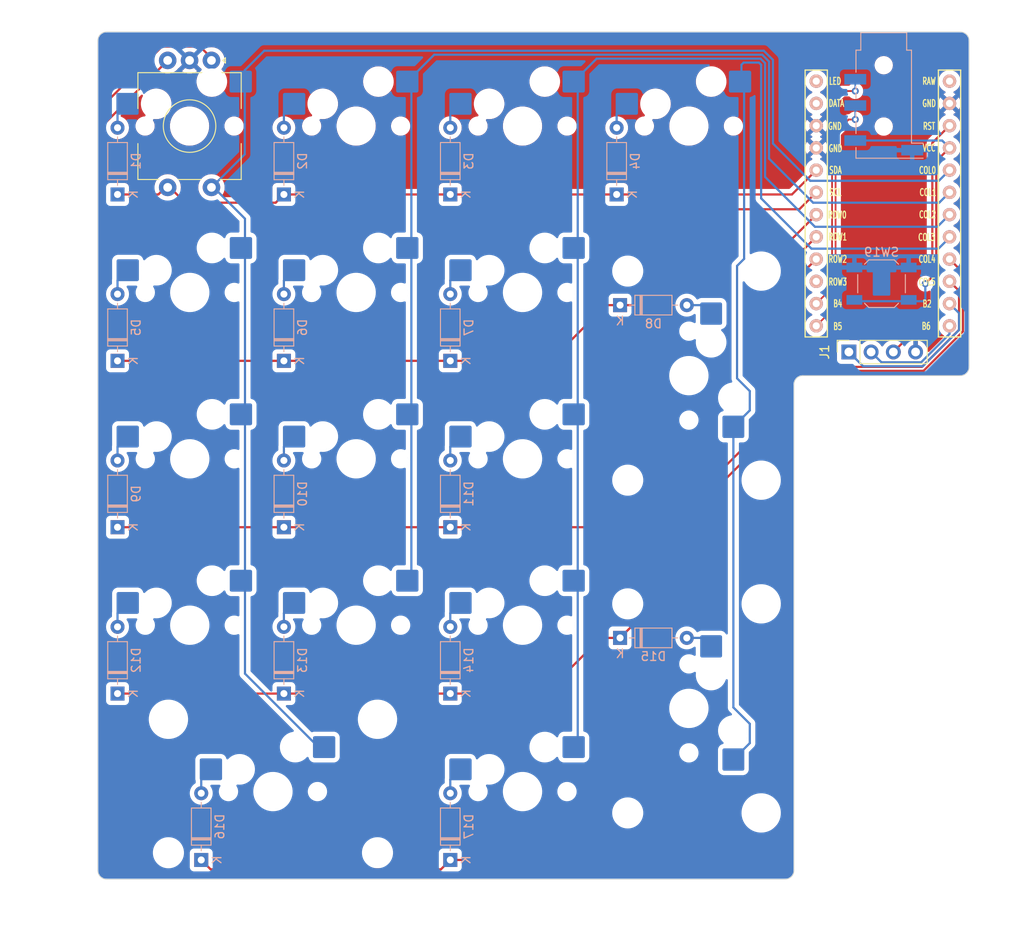
<source format=kicad_pcb>
(kicad_pcb (version 20221018) (generator pcbnew)
  (layers (0 "F.Cu" signal) (31 "B.Cu" signal) (34 "B.Paste" user) (35 "F.Paste" user) (36 "B.SilkS" user "B.Silkscreen") (37 "F.SilkS" user "F.Silkscreen") (38 "B.Mask" user) (39 "F.Mask" user) (44 "Edge.Cuts" user))
  (net 0 "")
  (net 1 "Row0")
  (net 2 "Row1")
  (net 3 "Row3")
  (net 4 "Row4")
  (net 5 "GND")
  (net 6 "Enc_A")
  (net 7 "Enc_B")
  (net 8 "Col3")
  (net 9 "Col2")
  (net 10 "Col1")
  (net 11 "Col0")
  (net 12 "VCC")
  (net 13 "Net-(D1-A)")
  (net 14 "Net-(D2-A)")
  (net 15 "Net-(D3-A)")
  (net 16 "Net-(D4-A)")
  (net 17 "Net-(D5-A)")
  (net 18 "Net-(D6-A)")
  (net 19 "Net-(D7-A)")
  (net 20 "Net-(D8-A)")
  (net 21 "Net-(D9-A)")
  (net 22 "Row2")
  (net 23 "Net-(D10-A)")
  (net 24 "Net-(D11-A)")
  (net 25 "Net-(D12-A)")
  (net 26 "Net-(D13-A)")
  (net 27 "Net-(D14-A)")
  (net 28 "Net-(D15-A)")
  (net 29 "Net-(D16-A)")
  (net 30 "Net-(D17-A)")
  (net 31 "SDA")
  (net 32 "SCL")
  (net 33 "RESET")
  (net 34 "SPLIT_COMMS-")
  (net 35 "SPLIT_COMMS+")
  (footprint "MX_Hotswap:MX-Hotswap-1U" (layer "F.Cu") (at 120.25 100.25)
    (fp_text reference "SW10")
    (fp_text value "SW_Push")
  )
  (footprint "MX_Hotswap:MX-Hotswap-1U" (layer "F.Cu") (at 139.25 100.25)
    (fp_text reference "SW11")
    (fp_text value "SW_Push")
  )
  (footprint "MX_Hotswap:MX-Hotswap-2U-ReversedStabilizers" (layer "F.Cu") (at 158.25 128.75 -90)
    (fp_text reference "SW15")
    (fp_text value "SW_Push")
  )
  (footprint "MX_Hotswap:MX-Hotswap-1U" (layer "F.Cu") (at 120.25 81.25)
    (fp_text reference "SW6")
    (fp_text value "SW_Push")
  )
  (footprint "MX_Hotswap:MX-Hotswap-1U" (layer "F.Cu") (at 139.25 81.25)
    (fp_text reference "SW7")
    (fp_text value "SW_Push")
  )
  (footprint "Connector_PinSocket_2.54mm:PinSocket_1x04_P2.54mm_Vertical" (layer "F.Cu") (at 176.52 88.05 90)
    (fp_text reference "J1")
    (fp_text value "Conn_01x04")
  )
  (footprint "MX_Hotswap:MX-Hotswap-1U" (layer "F.Cu") (at 101.226192 62.25)
    (fp_text reference "SW1")
    (fp_text value "SW_Push")
  )
  (footprint "MX_Hotswap:MX-Hotswap-1U" (layer "F.Cu") (at 101.25 119.25)
    (fp_text reference "SW12")
    (fp_text value "SW_Push")
  )
  (footprint "MX_Hotswap:MX-Hotswap-1U" (layer "F.Cu") (at 139.25 119.25)
    (fp_text reference "SW14")
    (fp_text value "SW_Push")
  )
  (footprint "MX_Hotswap:MX-Hotswap-1U" (layer "F.Cu") (at 120.25 119.25)
    (fp_text reference "SW13")
    (fp_text value "SW_Push")
  )
  (footprint "MX_Hotswap:MX-Hotswap-2U-ReversedStabilizers" (layer "F.Cu") (at 110.75 138.25)
    (fp_text reference "SW16")
    (fp_text value "SW_Push")
  )
  (footprint "MX_Hotswap:MX-Hotswap-1U" (layer "F.Cu") (at 120.25 62.25)
    (fp_text reference "SW2")
    (fp_text value "SW_Push")
  )
  (footprint "Rotary_Encoder:RotaryEncoder_Alps_EC11E-Switch_Vertical_H20mm" (layer "F.Cu") (at 103.726192 54.75 -90)
    (fp_text reference "SW18" hide)
    (fp_text value "RotaryEncoder_Switch")
  )
  (footprint "MX_Hotswap:MX-Hotswap-1U" (layer "F.Cu") (at 139.25 62.25)
    (fp_text reference "SW3")
    (fp_text value "SW_Push")
  )
  (footprint "MX_Hotswap:MX-Hotswap-1U" (layer "F.Cu") (at 139.25 138.25)
    (fp_text reference "SW17")
    (fp_text value "SW_Push")
  )
  (footprint "MX_Hotswap:MX-Hotswap-1U" (layer "F.Cu") (at 158.25 62.25)
    (fp_text reference "SW4")
    (fp_text value "SW_Push")
  )
  (footprint "MX_Hotswap:MX-Hotswap-2U-ReversedStabilizers" (layer "F.Cu") (at 158.25 90.75 -90)
    (fp_text reference "SW8")
    (fp_text value "SW_Push")
  )
  (footprint "MX_Hotswap:MX-Hotswap-1U" (layer "F.Cu") (at 101.25 81.25)
    (fp_text reference "SW5")
    (fp_text value "SW_Push")
  )
  (footprint "MX_Hotswap:MX-Hotswap-1U" (layer "F.Cu") (at 101.25 100.25)
    (fp_text reference "SW9")
    (fp_text value "SW_Push")
  )
  (footprint "Diode_THT:D_DO-35_SOD27_P7.62mm_Horizontal" (layer "B.Cu") (at 131 127.06 90)
    (fp_text reference "D14")
    (fp_text value "D")
  )
  (footprint "Diode_THT:D_DO-35_SOD27_P7.62mm_Horizontal" (layer "B.Cu") (at 112 108.06 90)
    (fp_text reference "D10")
    (fp_text value "D")
  )
  (footprint "Diode_THT:D_DO-35_SOD27_P7.62mm_Horizontal" (layer "B.Cu") (at 150 70.06 90)
    (fp_text reference "D4")
    (fp_text value "D")
  )
  (footprint "Diode_THT:D_DO-35_SOD27_P7.62mm_Horizontal" (layer "B.Cu") (at 112 89.06 90)
    (fp_text reference "D6")
    (fp_text value "D")
  )
  (footprint "Diode_THT:D_DO-35_SOD27_P7.62mm_Horizontal" (layer "B.Cu") (at 93 70.06 90)
    (fp_text reference "D1")
    (fp_text value "D")
  )
  (footprint "Connector_Audio:Jack_3.5mm_KoreanHropartsElec_PJ-320D-4A_Horizontal" (layer "B.Cu") (at 180.5 60.05 -90)
    (fp_text reference "J2" hide)
    (fp_text value "AudioJack4")
  )
  (footprint "Diode_THT:D_DO-35_SOD27_P7.62mm_Horizontal" (layer "B.Cu") (at 131 146.06 90)
    (fp_text reference "D17")
    (fp_text value "D")
  )
  (footprint "kbd:ProMicro_v2_1side" (layer "B.Cu") (at 180.45 71.6 180)
    (fp_text reference "U1" hide)
    (fp_text value "ProMicro" hide)
  )
  (footprint "Button_Switch_SMD:SW_SPST_SKQG_WithStem" (layer "B.Cu") (at 180.25 80.25 180)
    (fp_text reference "SW19")
    (fp_text value "SW_Push")
  )
  (footprint "Diode_THT:D_DO-35_SOD27_P7.62mm_Horizontal" (layer "B.Cu") (at 93 89.06 90)
    (fp_text reference "D5")
    (fp_text value "D")
  )
  (footprint "Diode_THT:D_DO-35_SOD27_P7.62mm_Horizontal" (layer "B.Cu") (at 131 108.06 90)
    (fp_text reference "D11")
    (fp_text value "D")
  )
  (footprint "Diode_THT:D_DO-35_SOD27_P7.62mm_Horizontal" (layer "B.Cu") (at 150.39 82.7)
    (fp_text reference "D8")
    (fp_text value "D")
  )
  (footprint "Diode_THT:D_DO-35_SOD27_P7.62mm_Horizontal" (layer "B.Cu") (at 131 70.06 90)
    (fp_text reference "D3")
    (fp_text value "D")
  )
  (footprint "Diode_THT:D_DO-35_SOD27_P7.62mm_Horizontal" (layer "B.Cu") (at 112 70.06 90)
    (fp_text reference "D2")
    (fp_text value "D")
  )
  (footprint "Diode_THT:D_DO-35_SOD27_P7.62mm_Horizontal" (layer "B.Cu") (at 150.39 120.7)
    (fp_text reference "D15")
    (fp_text value "D")
  )
  (footprint "Diode_THT:D_DO-35_SOD27_P7.62mm_Horizontal" (layer "B.Cu") (at 112 127.06 90)
    (fp_text reference "D13")
    (fp_text value "D")
  )
  (footprint "Diode_THT:D_DO-35_SOD27_P7.62mm_Horizontal" (layer "B.Cu") (at 93 127.06 90)
    (fp_text reference "D12")
    (fp_text value "D")
  )
  (footprint "Diode_THT:D_DO-35_SOD27_P7.62mm_Horizontal" (layer "B.Cu") (at 93 108.06 90)
    (fp_text reference "D9")
    (fp_text value "D")
  )
  (footprint "Diode_THT:D_DO-35_SOD27_P7.62mm_Horizontal" (layer "B.Cu") (at 102.56 146.06 90)
    (fp_text reference "D16")
    (fp_text value "D")
  )
  (footprint "Diode_THT:D_DO-35_SOD27_P7.62mm_Horizontal" (layer "B.Cu") (at 131 89.06 90)
    (fp_text reference "D7")
    (fp_text value "D")
  )
  (gr_arc (start 189.250003 51.499997) (mid 189.957109 51.792891) (end 190.250003 52.499997) (stroke (width 0.1)) (layer "Edge.Cuts"))
  (gr_arc (start 170.25 91.75) (mid 170.542893 91.042893) (end 171.25 90.75) (stroke (width 0.1)) (layer "Edge.Cuts"))
  (gr_line (start 171.25 90.75) (end 189.250003 90.750003) (stroke (width 0.1)) (layer "Edge.Cuts"))
  (gr_line (start 170.25 91.75) (end 170.250001 147.250001) (stroke (width 0.1)) (layer "Edge.Cuts"))
  (gr_arc (start 190.250003 89.750003) (mid 189.957109 90.457109) (end 189.250003 90.750003) (stroke (width 0.1)) (layer "Edge.Cuts"))
  (gr_line (start 90.749998 147.250003) (end 90.749997 52.499997) (stroke (width 0.1)) (layer "Edge.Cuts"))
  (gr_line (start 190.250003 52.499997) (end 190.25 89.75) (stroke (width 0.1)) (layer "Edge.Cuts"))
  (gr_arc (start 90.749997 52.499997) (mid 91.042891 51.792891) (end 91.749997 51.499997) (stroke (width 0.1)) (layer "Edge.Cuts"))
  (gr_arc (start 91.749997 148.250003) (mid 91.042891 147.957109) (end 90.749997 147.250003) (stroke (width 0.1)) (layer "Edge.Cuts"))
  (gr_line (start 91.749997 51.499997) (end 189.25 51.499997) (stroke (width 0.1)) (layer "Edge.Cuts"))
  (gr_line (start 169.250001 148.250001) (end 91.75 148.250001) (stroke (width 0.1)) (layer "Edge.Cuts"))
  (gr_arc (start 170.250001 147.250001) (mid 169.957107 147.957107) (end 169.250001 148.250001) (stroke (width 0.1)) (layer "Edge.Cuts"))
  (segment (start 150 70.06) (end 170.0156 70.06) (width 0.25) (layer "F.Cu") (net 1))
  (segment (start 97.666192 70.06) (end 98.726192 69) (width 0.25) (layer "F.Cu") (net 1))
  (segment (start 100.726192 71) (end 103 71) (width 0.25) (layer "F.Cu") (net 1))
  (segment (start 93 70.06) (end 97.666192 70.06) (width 0.25) (layer "F.Cu") (net 1))
  (segment (start 170.0156 70.06) (end 172.7936 67.282) (width 0.25) (layer "F.Cu") (net 1))
  (segment (start 131 70.06) (end 150 70.06) (width 0.25) (layer "F.Cu") (net 1))
  (segment (start 112 70.06) (end 131 70.06) (width 0.25) (layer "F.Cu") (net 1))
  (segment (start 98.726192 69) (end 100.726192 71) (width 0.25) (layer "F.Cu") (net 1))
  (segment (start 103 71) (end 111.06 71) (width 0.25) (layer "F.Cu") (net 1))
  (segment (start 111.06 71) (end 112 70.06) (width 0.25) (layer "F.Cu") (net 1))
  (segment (start 142.44 89.06) (end 148.8 82.7) (width 0.25) (layer "F.Cu") (net 2))
  (segment (start 153.6 82.7) (end 150.39 82.7) (width 0.25) (layer "F.Cu") (net 2))
  (segment (start 93 89.06) (end 142.44 89.06) (width 0.25) (layer "F.Cu") (net 2))
  (segment (start 154.4 81.9) (end 153.6 82.7) (width 0.25) (layer "F.Cu") (net 2))
  (segment (start 170.8656 71.75) (end 155.75 71.75) (width 0.25) (layer "F.Cu") (net 2))
  (segment (start 172.7936 69.822) (end 170.8656 71.75) (width 0.25) (layer "F.Cu") (net 2))
  (segment (start 154.4 73.1) (end 154.4 81.9) (width 0.25) (layer "F.Cu") (net 2))
  (segment (start 148.8 82.7) (end 150.39 82.7) (width 0.25) (layer "F.Cu") (net 2))
  (segment (start 155.75 71.75) (end 154.4 73.1) (width 0.25) (layer "F.Cu") (net 2))
  (segment (start 93 127.06) (end 141.84 127.06) (width 0.25) (layer "F.Cu") (net 3))
  (segment (start 141.84 127.06) (end 148.2 120.7) (width 0.25) (layer "F.Cu") (net 3))
  (segment (start 150.39 120.7) (end 155.25 115.84) (width 0.25) (layer "F.Cu") (net 3))
  (segment (start 168.2 96.8) (end 168.2 83.186396) (width 0.25) (layer "F.Cu") (net 3))
  (segment (start 168.2 83.186396) (end 169.7 81.686396) (width 0.25) (layer "F.Cu") (net 3))
  (segment (start 148.2 120.7) (end 150.39 120.7) (width 0.25) (layer "F.Cu") (net 3))
  (segment (start 155.25 115.84) (end 155.25 109.75) (width 0.25) (layer "F.Cu") (net 3))
  (segment (start 155.25 109.75) (end 168.2 96.8) (width 0.25) (layer "F.Cu") (net 3))
  (segment (start 169.7 81.686396) (end 169.7 77.9956) (width 0.25) (layer "F.Cu") (net 3))
  (segment (start 169.7 77.9956) (end 172.7936 74.902) (width 0.25) (layer "F.Cu") (net 3))
  (segment (start 103.634 147.134) (end 129.926 147.134) (width 0.25) (layer "F.Cu") (net 4))
  (segment (start 164.483131 146.06) (end 131 146.06) (width 0.25) (layer "F.Cu") (net 4))
  (segment (start 170.15 81.872792) (end 169 83.022792) (width 0.25) (layer "F.Cu") (net 4))
  (segment (start 169 83.022792) (end 169 141.543131) (width 0.25) (layer "F.Cu") (net 4))
  (segment (start 102.56 146.06) (end 103.634 147.134) (width 0.25) (layer "F.Cu") (net 4))
  (segment (start 129.926 147.134) (end 131 146.06) (width 0.25) (layer "F.Cu") (net 4))
  (segment (start 169 141.543131) (end 164.483131 146.06) (width 0.25) (layer "F.Cu") (net 4))
  (segment (start 170.15 80.0856) (end 170.15 81.872792) (width 0.25) (layer "F.Cu") (net 4))
  (segment (start 172.7936 77.442) (end 170.15 80.0856) (width 0.25) (layer "F.Cu") (net 4))
  (segment (start 98.334 147.584) (end 91.5 140.75) (width 0.25) (layer "F.Cu") (net 6))
  (segment (start 189.1006 85.512251) (end 184.862851 89.75) (width 0.25) (layer "F.Cu") (net 6))
  (segment (start 188.0136 79.982) (end 189.1006 81.069) (width 0.25) (layer "F.Cu") (net 6))
  (segment (start 184.862851 89.75) (end 170.5 89.75) (width 0.25) (layer "F.Cu") (net 6))
  (segment (start 189.1006 81.069) (end 189.1006 85.512251) (width 0.25) (layer "F.Cu") (net 6))
  (segment (start 98.726192 54.761904) (end 98.726192 54.75) (width 0.25) (layer "F.Cu") (net 6))
  (segment (start 91.5 140.75) (end 91.5 61.988096) (width 0.25) (layer "F.Cu") (net 6))
  (segment (start 169.45 90.8) (end 169.45 141.729527) (width 0.25) (layer "F.Cu") (net 6))
  (segment (start 163.595527 147.584) (end 98.334 147.584) (width 0.25) (layer "F.Cu") (net 6))
  (segment (start 170.5 89.75) (end 169.45 90.8) (width 0.25) (layer "F.Cu") (net 6))
  (segment (start 169.45 141.729527) (end 163.595527 147.584) (width 0.25) (layer "F.Cu") (net 6))
  (segment (start 91.5 61.988096) (end 98.726192 54.761904) (width 0.25) (layer "F.Cu") (net 6))
  (segment (start 170.686396 90.2) (end 185.049247 90.2) (width 0.25) (layer "F.Cu") (net 7))
  (segment (start 98.075 53.175) (end 91.05 60.2) (width 0.25) (layer "F.Cu") (net 7))
  (segment (start 189.5506 85.698647) (end 189.5506 78.979) (width 0.25) (layer "F.Cu") (net 7))
  (segment (start 102.425 53.175) (end 98.075 53.175) (width 0.25) (layer "F.Cu") (net 7))
  (segment (start 189.5506 78.979) (end 188.0136 77.442) (width 0.25) (layer "F.Cu") (net 7))
  (segment (start 169.9 141.915923) (end 169.9 90.986396) (width 0.25) (layer "F.Cu") (net 7))
  (segment (start 91.05 60.2) (end 91.05 140.936396) (width 0.25) (layer "F.Cu") (net 7))
  (segment (start 103.75 54.5) (end 102.425 53.175) (width 0.25) (layer "F.Cu") (net 7))
  (segment (start 98.147604 148.034) (end 163.781923 148.034) (width 0.25) (layer "F.Cu") (net 7))
  (segment (start 163.781923 148.034) (end 169.9 141.915923) (width 0.25) (layer "F.Cu") (net 7))
  (segment (start 185.049247 90.2) (end 189.5506 85.698647) (width 0.25) (layer "F.Cu") (net 7))
  (segment (start 91.05 140.936396) (end 98.147604 148.034) (width 0.25) (layer "F.Cu") (net 7))
  (segment (start 169.9 90.986396) (end 170.686396 90.2) (width 0.25) (layer "F.Cu") (net 7))
  (segment (start 163.75 91.05835) (end 165.205 92.51335) (width 0.25) (layer "B.Cu") (net 8))
  (segment (start 186.75 76.25) (end 188.0136 74.9864) (width 0.25) (layer "B.Cu") (net 8))
  (segment (start 165.205 92.51335) (end 165.205 94.717) (width 0.25) (layer "B.Cu") (net 8))
  (segment (start 165.205 130.51335) (end 165.205 132.717) (width 0.25) (layer "B.Cu") (net 8))
  (segment (start 166.5 70.5) (end 172.25 76.25) (width 0.25) (layer "B.Cu") (net 8))
  (segment (start 166.5 55.25) (end 166.5 70.5) (width 0.25) (layer "B.Cu") (net 8))
  (segment (start 164.5 55) (end 166.25 55) (width 0.25) (layer "B.Cu") (net 8))
  (segment (start 164.5559 77.410969) (end 163.75 78.216869) (width 0.25) (layer "B.Cu") (net 8))
  (segment (start 164.25 57.012) (end 164.25 55.25) (width 0.25) (layer "B.Cu") (net 8))
  (segment (start 165.205 94.717) (end 163.33 96.592) (width 0.25) (layer "B.Cu") (net 8))
  (segment (start 163.33 96.592) (end 163.33 128.63835) (width 0.25) (layer "B.Cu") (net 8))
  (segment (start 164.092 57.17) (end 164.5559 57.6339) (width 0.25) (layer "B.Cu") (net 8))
  (segment (start 164.5559 57.6339) (end 164.5559 77.410969) (width 0.25) (layer "B.Cu") (net 8))
  (segment (start 165.205 132.717) (end 163.33 134.592) (width 0.25) (layer "B.Cu") (net 8))
  (segment (start 164.092 57.17) (end 164.25 57.012) (width 0.25) (layer "B.Cu") (net 8))
  (segment (start 172.25 76.25) (end 186.75 76.25) (width 0.25) (layer "B.Cu") (net 8))
  (segment (start 164.25 55.25) (end 164.5 55) (width 0.25) (layer "B.Cu") (net 8))
  (segment (start 166.25 55) (end 166.5 55.25) (width 0.25) (layer "B.Cu") (net 8))
  (segment (start 163.75 78.216869) (end 163.75 91.05835) (width 0.25) (layer "B.Cu") (net 8))
  (segment (start 188.0136 74.9864) (end 188.0136 74.902) (width 0.25) (layer "B.Cu") (net 8))
  (segment (start 163.33 128.63835) (end 165.205 130.51335) (width 0.25) (layer "B.Cu") (net 8))
  (segment (start 145.5559 57.6339) (end 145.5559 132.7061) (width 0.25) (layer "B.Cu") (net 9))
  (segment (start 166.95 55.063604) (end 166.95 68.055651) (width 0.25) (layer "B.Cu") (net 9))
  (segment (start 166.436396 54.55) (end 166.95 55.063604) (width 0.25) (layer "B.Cu") (net 9))
  (segment (start 172.644349 73.75) (end 186.6256 73.75) (width 0.25) (layer "B.Cu") (net 9))
  (segment (start 145.092 57.17) (end 145.5559 57.6339) (width 0.25) (layer "B.Cu") (net 9))
  (segment (start 145.092 57.17) (end 147.712 54.55) (width 0.25) (layer "B.Cu") (net 9))
  (segment (start 145.5559 132.7061) (end 145.092 133.17) (width 0.25) (layer "B.Cu") (net 9))
  (segment (start 147.712 54.55) (end 166.436396 54.55) (width 0.25) (layer "B.Cu") (net 9))
  (segment (start 186.6256 73.75) (end 188.0136 72.362) (width 0.25) (layer "B.Cu") (net 9))
  (segment (start 166.95 68.055651) (end 172.644349 73.75) (width 0.25) (layer "B.Cu") (net 9))
  (segment (start 172.434349 71) (end 186.8356 71) (width 0.25) (layer "B.Cu") (net 10))
  (segment (start 126.5559 113.7061) (end 126.092 114.17) (width 0.25) (layer "B.Cu") (net 10))
  (segment (start 126.5559 57.6339) (end 126.5559 113.7061) (width 0.25) (layer "B.Cu") (net 10))
  (segment (start 126.092 57.17) (end 129.162 54.1) (width 0.25) (layer "B.Cu") (net 10))
  (segment (start 186.8356 71) (end 188.0136 69.822) (width 0.25) (layer "B.Cu") (net 10))
  (segment (start 126.092 57.17) (end 126.5559 57.6339) (width 0.25) (layer "B.Cu") (net 10))
  (segment (start 167.4 65.965651) (end 172.434349 71) (width 0.25) (layer "B.Cu") (net 10))
  (segment (start 166.622792 54.1) (end 167.4 54.877208) (width 0.25) (layer "B.Cu") (net 10))
  (segment (start 129.162 54.1) (end 166.622792 54.1) (width 0.25) (layer "B.Cu") (net 10))
  (segment (start 167.4 54.877208) (end 167.4 65.965651) (width 0.25) (layer "B.Cu") (net 10))
  (segment (start 107.532092 57.6339) (end 107.068192 57.17) (width 0.25) (layer "B.Cu") (net 11))
  (segment (start 107.532092 55.867908) (end 109.75 53.65) (width 0.25) (layer "B.Cu") (net 11))
  (segment (start 103.726192 69.25) (end 103.75 69.25) (width 0.25) (layer "B.Cu") (net 11))
  (segment (start 167.85 54.690812) (end 167.85 64.241651) (width 0.25) (layer "B.Cu") (net 11))
  (segment (start 109.75 53.65) (end 166.809188 53.65) (width 0.25) (layer "B.Cu") (net 11))
  (segment (start 107.532092 58.75) (end 107.532092 55.867908) (width 0.25) (layer "B.Cu") (net 11))
  (segment (start 107.532092 65.467908) (end 107.532092 58.75) (width 0.25) (layer "B.Cu") (net 11))
  (segment (start 115.94165 133.17) (end 116.592 133.17) (width 0.25) (layer "B.Cu") (net 11))
  (segment (start 172.108349 68.5) (end 186.7956 68.5) (width 0.25) (layer "B.Cu") (net 11))
  (segment (start 107.532092 58.75) (end 107.532092 57.6339) (width 0.25) (layer "B.Cu") (net 11))
  (segment (start 107.5559 72.829708) (end 107.5559 124.78425) (width 0.25) (layer "B.Cu") (net 11))
  (segment (start 167.85 64.241651) (end 172.108349 68.5) (width 0.25) (layer "B.Cu") (net 11))
  (segment (start 186.7956 68.5) (end 188.0136 67.282) (width 0.25) (layer "B.Cu") (net 11))
  (segment (start 103.75 69.25) (end 107.532092 65.467908) (width 0.25) (layer "B.Cu") (net 11))
  (segment (start 103.726192 69) (end 107.5559 72.829708) (width 0.25) (layer "B.Cu") (net 11))
  (segment (start 166.809188 53.65) (end 167.85 54.690812) (width 0.25) (layer "B.Cu") (net 11))
  (segment (start 107.5559 124.78425) (end 115.94165 133.17) (width 0.25) (layer "B.Cu") (net 11))
  (segment (start 185.5 85.5) (end 184.15 85.5) (width 0.25) (layer "F.Cu") (net 12))
  (segment (start 186.5 84.5) (end 185.5 85.5) (width 0.25) (layer "F.Cu") (net 12))
  (segment (start 188.0136 64.742) (end 186.5 66.2556) (width 0.25) (layer "F.Cu") (net 12))
  (segment (start 184.15 85.5) (end 181.6 88.05) (width 0.25) (layer "F.Cu") (net 12))
  (segment (start 186.5 66.2556) (end 186.5 84.5) (width 0.25) (layer "F.Cu") (net 12))
  (segment (start 187.1716 63.9) (end 188.0136 64.742) (width 0.25) (layer "B.Cu") (net 12))
  (segment (start 177.25 63.9) (end 187.1716 63.9) (width 0.25) (layer "B.Cu") (net 12))
  (segment (start 93 62.44) (end 93 60.851192) (width 0.25) (layer "B.Cu") (net 13))
  (segment (start 93 60.851192) (end 94.141192 59.71) (width 0.25) (layer "B.Cu") (net 13))
  (segment (start 112 60.875) (end 112 62.44) (width 0.25) (layer "B.Cu") (net 14))
  (segment (start 113.165 59.71) (end 112 60.875) (width 0.25) (layer "B.Cu") (net 14))
  (segment (start 131 62.44) (end 131 60.875) (width 0.25) (layer "B.Cu") (net 15))
  (segment (start 131 60.875) (end 132.165 59.71) (width 0.25) (layer "B.Cu") (net 15))
  (segment (start 150 62.44) (end 150 60.875) (width 0.25) (layer "B.Cu") (net 16))
  (segment (start 150 60.875) (end 151.165 59.71) (width 0.25) (layer "B.Cu") (net 16))
  (segment (start 93 81.44) (end 93 79.875) (width 0.25) (layer "B.Cu") (net 17))
  (segment (start 93 79.875) (end 94.165 78.71) (width 0.25) (layer "B.Cu") (net 17))
  (segment (start 112 79.875) (end 113.165 78.71) (width 0.25) (layer "B.Cu") (net 18))
  (segment (start 112 81.44) (end 112 79.875) (width 0.25) (layer "B.Cu") (net 18))
  (segment (start 131 81.44) (end 131 79.875) (width 0.25) (layer "B.Cu") (net 19))
  (segment (start 131 79.875) (end 132.165 78.71) (width 0.25) (layer "B.Cu") (net 19))
  (segment (start 159.825 82.7) (end 160.79 83.665) (width 0.25) (layer "B.Cu") (net 20))
  (segment (start 158.01 82.7) (end 159.825 82.7) (width 0.25) (layer "B.Cu") (net 20))
  (segment (start 93 98.875) (end 94.165 97.71) (width 0.25) (layer "B.Cu") (net 21))
  (segment (start 93 100.44) (end 93 98.875) (width 0.25) (layer "B.Cu") (net 21))
  (segment (start 93 108.06) (end 131 108.06) (width 0.25) (layer "F.Cu") (net 22))
  (segment (start 169.25 75.9056) (end 172.7936 72.362) (width 0.25) (layer "F.Cu") (net 22))
  (segment (start 167.75 83) (end 169.25 81.5) (width 0.25) (layer "F.Cu") (net 22))
  (segment (start 155.44 108.06) (end 167.75 95.75) (width 0.25) (layer "F.Cu") (net 22))
  (segment (start 169.25 81.5) (end 169.25 75.9056) (width 0.25) (layer "F.Cu") (net 22))
  (segment (start 131 108.06) (end 155.44 108.06) (width 0.25) (layer "F.Cu") (net 22))
  (segment (start 167.75 95.75) (end 167.75 83) (width 0.25) (layer "F.Cu") (net 22))
  (segment (start 112 100.44) (end 112 98.875) (width 0.25) (layer "B.Cu") (net 23))
  (segment (start 112 98.875) (end 113.165 97.71) (width 0.25) (layer "B.Cu") (net 23))
  (segment (start 131 100.44) (end 131 98.875) (width 0.25) (layer "B.Cu") (net 24))
  (segment (start 131 98.875) (end 132.165 97.71) (width 0.25) (layer "B.Cu") (net 24))
  (segment (start 93 117.875) (end 94.165 116.71) (width 0.25) (layer "B.Cu") (net 25))
  (segment (start 93 119.44) (end 93 117.875) (width 0.25) (layer "B.Cu") (net 25))
  (segment (start 112 119.44) (end 112 117.875) (width 0.25) (layer "B.Cu") (net 26))
  (segment (start 112 117.875) (end 113.165 116.71) (width 0.25) (layer "B.Cu") (net 26))
  (segment (start 131 117.875) (end 132.165 116.71) (width 0.25) (layer "B.Cu") (net 27))
  (segment (start 131 119.44) (end 131 117.875) (width 0.25) (layer "B.Cu") (net 27))
  (segment (start 158.01 120.7) (end 159.825 120.7) (width 0.25) (layer "B.Cu") (net 28))
  (segment (start 159.825 120.7) (end 160.79 121.665) (width 0.25) (layer "B.Cu") (net 28))
  (segment (start 102.56 138.44) (end 102.56 136.815) (width 0.25) (layer "B.Cu") (net 29))
  (segment (start 102.56 136.815) (end 103.665 135.71) (width 0.25) (layer "B.Cu") (net 29))
  (segment (start 131 138.44) (end 131 136.875) (width 0.25) (layer "B.Cu") (net 30))
  (segment (start 131 136.875) (end 132.165 135.71) (width 0.25) (layer "B.Cu") (net 30))
  (segment (start 179.06 88.05) (end 180.235 89.225) (width 0.25) (layer "B.Cu") (net 31))
  (segment (start 184.775 89.225) (end 188.0136 85.9864) (width 0.25) (layer "B.Cu") (net 31))
  (segment (start 180.235 89.225) (end 184.775 89.225) (width 0.25) (layer "B.Cu") (net 31))
  (segment (start 188.0136 85.9864) (end 188.0136 85.062) (width 0.25) (layer "B.Cu") (net 31))
  (segment (start 189.1006 85.535796) (end 189.1006 83.609) (width 0.25) (layer "B.Cu") (net 32))
  (segment (start 176.52 88.05) (end 178.145 89.675) (width 0.25) (layer "B.Cu") (net 32))
  (segment (start 178.145 89.675) (end 184.961396 89.675) (width 0.25) (layer "B.Cu") (net 32))
  (segment (start 189.1006 83.609) (end 188.0136 82.522) (width 0.25) (layer "B.Cu") (net 32))
  (segment (start 184.961396 89.675) (end 189.1006 85.535796) (width 0.25) (layer "B.Cu") (net 32))
  (segment (start 186.05 64.1656) (end 186.05 67.25) (width 0.25) (layer "F.Cu") (net 33))
  (segment (start 186.05 67.25) (end 186.05 79.45) (width 0.25) (layer "F.Cu") (net 33))
  (segment (start 188.0136 62.202) (end 186.05 64.1656) (width 0.25) (layer "F.Cu") (net 33))
  (segment (start 186.05 79.45) (end 185.25 80.25) (width 0.25) (layer "F.Cu") (net 33))
  (via (at 185.25 80.25) (size 0.8) (drill 0.4) (layers "F.Cu" "B.Cu") (net 33))
  (segment (start 185.25 82) (end 185 82.25) (width 0.25) (layer "B.Cu") (net 33))
  (segment (start 185 82.25) (end 177.25 82.25) (width 0.25) (layer "B.Cu") (net 33))
  (segment (start 185.25 80.25) (end 185.25 82) (width 0.25) (layer "B.Cu") (net 33))
  (segment (start 177.25 61.5) (end 176.5 61.5) (width 0.2) (layer "F.Cu") (net 34))
  (segment (start 176.5 61.5) (end 175 63) (width 0.2) (layer "F.Cu") (net 34))
  (segment (start 175 82.8556) (end 172.7936 85.062) (width 0.2) (layer "F.Cu") (net 34))
  (segment (start 175 63) (end 175 82.8556) (width 0.2) (layer "F.Cu") (net 34))
  (via (at 177.25 61.5) (size 0.8) (drill 0.4) (layers "F.Cu" "B.Cu") (net 34))
  (segment (start 177.25 59.9) (end 177.25 61.5) (width 0.2) (layer "B.Cu") (net 34))
  (segment (start 177.25 58.25) (end 175.75 58.25) (width 0.2) (layer "F.Cu") (net 35))
  (segment (start 174.6 59.4) (end 174.6 80.7156) (width 0.2) (layer "F.Cu") (net 35))
  (segment (start 175.75 58.25) (end 174.6 59.4) (width 0.2) (layer "F.Cu") (net 35))
  (segment (start 174.6 80.7156) (end 172.7936 82.522) (width 0.2) (layer "F.Cu") (net 35))
  (via (at 177.25 58.25) (size 0.8) (drill 0.4) (layers "F.Cu" "B.Cu") (net 35))
  (segment (start 177.25 56.9) (end 177.25 58.25) (width 0.2) (layer "B.Cu") (net 35))
  (zone (net 5) (net_name "GND") (layers "F&B.Cu") (connect_pads (clearance 0.508)) (min_thickness 0.254) (fill yes (thermal_gap 0.508) (thermal_bridge_width 0.508))
    (polygon (pts (xy 191 91.25) (xy 170.75 91.25) (xy 170.75 148.74375) (xy 90.1125 148.74375) (xy 90.25 51) (xy 190.75 51)))
  )
)
</source>
